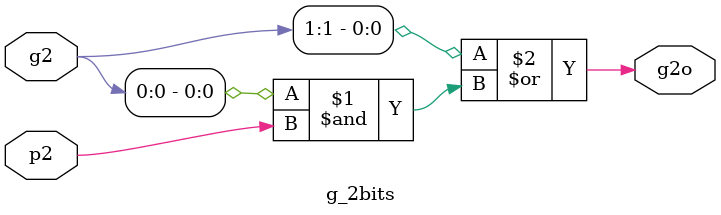
<source format=v>
`timescale 1ns / 1ps


module g_2bits(
    input [1:0] g2,
    input p2,
    output g2o
    );
    
    assign g2o = g2[1] | (g2[0] & p2);
    
endmodule
</source>
